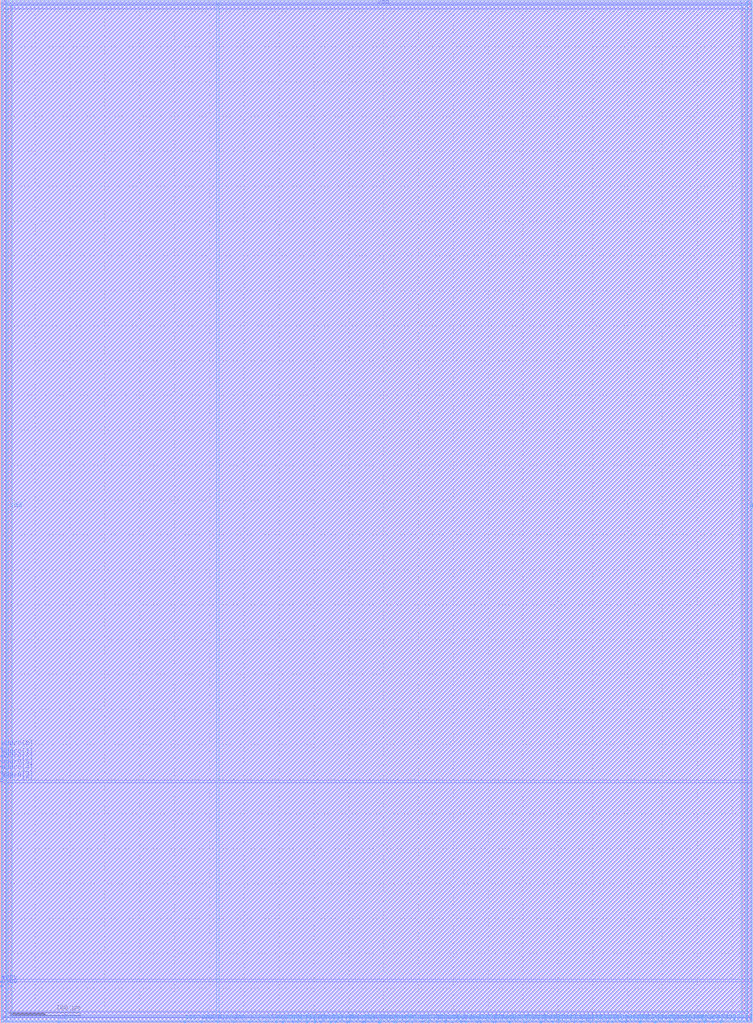
<source format=lef>
VERSION 5.4 ;
NAMESCASESENSITIVE ON ;
BUSBITCHARS "[]" ;
DIVIDERCHAR "/" ;

PROPERTYDEFINITIONS
    LAYER LEF58_TYPE STRING ;
END PROPERTYDEFINITIONS

UNITS
    DATABASE MICRONS 1000 ;
END UNITS

MACRO sram_32_512_sky130A
    CLASS BLOCK ;
    SIZE 1080.16 BY 1467.2 ;
    SYMMETRY X Y R90 ;
    PIN din0[0]
        DIRECTION INPUT ; 
        USE SIGNAL ; 
        PORT
            LAYER met4 ;
              RECT  311.6 0 312.64 2.68 ;
        END
    END din0[0]
    PIN din0[1]
        DIRECTION INPUT ; 
        USE SIGNAL ; 
        PORT
            LAYER met4 ;
              RECT  334.56 0 335.6 2.68 ;
        END
    END din0[1]
    PIN din0[2]
        DIRECTION INPUT ; 
        USE SIGNAL ; 
        PORT
            LAYER met4 ;
              RECT  357.52 0 358.56 2.68 ;
        END
    END din0[2]
    PIN din0[3]
        DIRECTION INPUT ; 
        USE SIGNAL ; 
        PORT
            LAYER met4 ;
              RECT  380.48 0 381.52 2.68 ;
        END
    END din0[3]
    PIN din0[4]
        DIRECTION INPUT ; 
        USE SIGNAL ; 
        PORT
            LAYER met4 ;
              RECT  405.08 0 406.12 2.68 ;
        END
    END din0[4]
    PIN din0[5]
        DIRECTION INPUT ; 
        USE SIGNAL ; 
        PORT
            LAYER met4 ;
              RECT  426.4 0 427.44 2.68 ;
        END
    END din0[5]
    PIN din0[6]
        DIRECTION INPUT ; 
        USE SIGNAL ; 
        PORT
            LAYER met4 ;
              RECT  451 0 452.04 2.68 ;
        END
    END din0[6]
    PIN din0[7]
        DIRECTION INPUT ; 
        USE SIGNAL ; 
        PORT
            LAYER met4 ;
              RECT  473.96 0 475 2.68 ;
        END
    END din0[7]
    PIN din0[8]
        DIRECTION INPUT ; 
        USE SIGNAL ; 
        PORT
            LAYER met4 ;
              RECT  496.92 0 497.96 2.68 ;
        END
    END din0[8]
    PIN din0[9]
        DIRECTION INPUT ; 
        USE SIGNAL ; 
        PORT
            LAYER met4 ;
              RECT  519.88 0 520.92 2.68 ;
        END
    END din0[9]
    PIN din0[10]
        DIRECTION INPUT ; 
        USE SIGNAL ; 
        PORT
            LAYER met4 ;
              RECT  542.84 0 543.88 2.68 ;
        END
    END din0[10]
    PIN din0[11]
        DIRECTION INPUT ; 
        USE SIGNAL ; 
        PORT
            LAYER met4 ;
              RECT  567.44 0 568.48 2.68 ;
        END
    END din0[11]
    PIN din0[12]
        DIRECTION INPUT ; 
        USE SIGNAL ; 
        PORT
            LAYER met4 ;
              RECT  590.4 0 591.44 2.68 ;
        END
    END din0[12]
    PIN din0[13]
        DIRECTION INPUT ; 
        USE SIGNAL ; 
        PORT
            LAYER met4 ;
              RECT  613.36 0 614.4 2.68 ;
        END
    END din0[13]
    PIN din0[14]
        DIRECTION INPUT ; 
        USE SIGNAL ; 
        PORT
            LAYER met4 ;
              RECT  637.96 0 639 2.68 ;
        END
    END din0[14]
    PIN din0[15]
        DIRECTION INPUT ; 
        USE SIGNAL ; 
        PORT
            LAYER met4 ;
              RECT  660.92 0 661.96 2.68 ;
        END
    END din0[15]
    PIN din0[16]
        DIRECTION INPUT ; 
        USE SIGNAL ; 
        PORT
            LAYER met4 ;
              RECT  683.88 0 684.92 2.68 ;
        END
    END din0[16]
    PIN din0[17]
        DIRECTION INPUT ; 
        USE SIGNAL ; 
        PORT
            LAYER met4 ;
              RECT  706.84 0 707.88 2.68 ;
        END
    END din0[17]
    PIN din0[18]
        DIRECTION INPUT ; 
        USE SIGNAL ; 
        PORT
            LAYER met4 ;
              RECT  729.8 0 730.84 2.68 ;
        END
    END din0[18]
    PIN din0[19]
        DIRECTION INPUT ; 
        USE SIGNAL ; 
        PORT
            LAYER met4 ;
              RECT  754.4 0 755.44 2.68 ;
        END
    END din0[19]
    PIN din0[20]
        DIRECTION INPUT ; 
        USE SIGNAL ; 
        PORT
            LAYER met4 ;
              RECT  775.72 0 776.76 2.68 ;
        END
    END din0[20]
    PIN din0[21]
        DIRECTION INPUT ; 
        USE SIGNAL ; 
        PORT
            LAYER met4 ;
              RECT  800.32 0 801.36 2.68 ;
        END
    END din0[21]
    PIN din0[22]
        DIRECTION INPUT ; 
        USE SIGNAL ; 
        PORT
            LAYER met4 ;
              RECT  823.28 0 824.32 2.68 ;
        END
    END din0[22]
    PIN din0[23]
        DIRECTION INPUT ; 
        USE SIGNAL ; 
        PORT
            LAYER met4 ;
              RECT  846.24 0 847.28 2.68 ;
        END
    END din0[23]
    PIN din0[24]
        DIRECTION INPUT ; 
        USE SIGNAL ; 
        PORT
            LAYER met4 ;
              RECT  870.84 0 871.88 2.68 ;
        END
    END din0[24]
    PIN din0[25]
        DIRECTION INPUT ; 
        USE SIGNAL ; 
        PORT
            LAYER met4 ;
              RECT  892.16 0 893.2 2.68 ;
        END
    END din0[25]
    PIN din0[26]
        DIRECTION INPUT ; 
        USE SIGNAL ; 
        PORT
            LAYER met4 ;
              RECT  916.76 0 917.8 2.68 ;
        END
    END din0[26]
    PIN din0[27]
        DIRECTION INPUT ; 
        USE SIGNAL ; 
        PORT
            LAYER met4 ;
              RECT  939.72 0 940.76 2.68 ;
        END
    END din0[27]
    PIN din0[28]
        DIRECTION INPUT ; 
        USE SIGNAL ; 
        PORT
            LAYER met4 ;
              RECT  962.68 0 963.72 2.68 ;
        END
    END din0[28]
    PIN din0[29]
        DIRECTION INPUT ; 
        USE SIGNAL ; 
        PORT
            LAYER met4 ;
              RECT  985.64 0 986.68 2.68 ;
        END
    END din0[29]
    PIN din0[30]
        DIRECTION INPUT ; 
        USE SIGNAL ; 
        PORT
            LAYER met4 ;
              RECT  1010.24 0 1011.28 2.68 ;
        END
    END din0[30]
    PIN din0[31]
        DIRECTION INPUT ; 
        USE SIGNAL ; 
        PORT
            LAYER met4 ;
              RECT  1033.2 0 1034.24 2.68 ;
        END
    END din0[31]
    PIN addr0[0]
        DIRECTION INPUT ; 
        USE SIGNAL ; 
        PORT
            LAYER met4 ;
              RECT  264.04 0 265.08 2.68 ;
        END
    END addr0[0]
    PIN addr0[1]
        DIRECTION INPUT ; 
        USE SIGNAL ; 
        PORT
            LAYER met4 ;
              RECT  288.64 0 289.68 2.68 ;
        END
    END addr0[1]
    PIN addr0[2]
        DIRECTION INPUT ; 
        USE SIGNAL ; 
        PORT
            LAYER met3 ;
              RECT  0 346.04 2.68 347.08 ;
        END
    END addr0[2]
    PIN addr0[3]
        DIRECTION INPUT ; 
        USE SIGNAL ; 
        PORT
            LAYER met3 ;
              RECT  0 349.32 2.68 350.36 ;
        END
    END addr0[3]
    PIN addr0[4]
        DIRECTION INPUT ; 
        USE SIGNAL ; 
        PORT
            LAYER met3 ;
              RECT  0 359.16 2.68 360.2 ;
        END
    END addr0[4]
    PIN addr0[5]
        DIRECTION INPUT ; 
        USE SIGNAL ; 
        PORT
            LAYER met3 ;
              RECT  0 367.36 2.68 368.4 ;
        END
    END addr0[5]
    PIN addr0[6]
        DIRECTION INPUT ; 
        USE SIGNAL ; 
        PORT
            LAYER met3 ;
              RECT  0 375.56 2.68 376.6 ;
        END
    END addr0[6]
    PIN addr0[7]
        DIRECTION INPUT ; 
        USE SIGNAL ; 
        PORT
            LAYER met3 ;
              RECT  0 382.12 2.68 383.16 ;
        END
    END addr0[7]
    PIN addr0[8]
        DIRECTION INPUT ; 
        USE SIGNAL ; 
        PORT
            LAYER met3 ;
              RECT  0 393.6 2.68 394.64 ;
        END
    END addr0[8]
    PIN csb0
        DIRECTION INPUT ; 
        USE SIGNAL ; 
        PORT
            LAYER met3 ;
              RECT  0 52.48 2.68 53.52 ;
        END
    END csb0
    PIN web0
        DIRECTION INPUT ; 
        USE SIGNAL ; 
        PORT
            LAYER met3 ;
              RECT  0 59.04 2.68 60.08 ;
        END
    END web0
    PIN clk0
        DIRECTION INPUT ; 
        USE SIGNAL ; 
        PORT
            LAYER met4 ;
              RECT  83.64 0 84.68 2.68 ;
        END
    END clk0
    PIN dout0[0]
        DIRECTION OUTPUT ; 
        USE SIGNAL ; 
        PORT
            LAYER met4 ;
              RECT  395.24 0 396.28 2.68 ;
        END
    END dout0[0]
    PIN dout0[1]
        DIRECTION OUTPUT ; 
        USE SIGNAL ; 
        PORT
            LAYER met4 ;
              RECT  419.84 0 420.88 2.68 ;
        END
    END dout0[1]
    PIN dout0[2]
        DIRECTION OUTPUT ; 
        USE SIGNAL ; 
        PORT
            LAYER met4 ;
              RECT  439.52 0 440.56 2.68 ;
        END
    END dout0[2]
    PIN dout0[3]
        DIRECTION OUTPUT ; 
        USE SIGNAL ; 
        PORT
            LAYER met4 ;
              RECT  459.2 0 460.24 2.68 ;
        END
    END dout0[3]
    PIN dout0[4]
        DIRECTION OUTPUT ; 
        USE SIGNAL ; 
        PORT
            LAYER met4 ;
              RECT  480.52 0 481.56 2.68 ;
        END
    END dout0[4]
    PIN dout0[5]
        DIRECTION OUTPUT ; 
        USE SIGNAL ; 
        PORT
            LAYER met4 ;
              RECT  500.2 0 501.24 2.68 ;
        END
    END dout0[5]
    PIN dout0[6]
        DIRECTION OUTPUT ; 
        USE SIGNAL ; 
        PORT
            LAYER met4 ;
              RECT  523.16 0 524.2 2.68 ;
        END
    END dout0[6]
    PIN dout0[7]
        DIRECTION OUTPUT ; 
        USE SIGNAL ; 
        PORT
            LAYER met4 ;
              RECT  544.48 0 545.52 2.68 ;
        END
    END dout0[7]
    PIN dout0[8]
        DIRECTION OUTPUT ; 
        USE SIGNAL ; 
        PORT
            LAYER met4 ;
              RECT  564.16 0 565.2 2.68 ;
        END
    END dout0[8]
    PIN dout0[9]
        DIRECTION OUTPUT ; 
        USE SIGNAL ; 
        PORT
            LAYER met4 ;
              RECT  582.2 0 583.24 2.68 ;
        END
    END dout0[9]
    PIN dout0[10]
        DIRECTION OUTPUT ; 
        USE SIGNAL ; 
        PORT
            LAYER met4 ;
              RECT  605.16 0 606.2 2.68 ;
        END
    END dout0[10]
    PIN dout0[11]
        DIRECTION OUTPUT ; 
        USE SIGNAL ; 
        PORT
            LAYER met4 ;
              RECT  626.48 0 627.52 2.68 ;
        END
    END dout0[11]
    PIN dout0[12]
        DIRECTION OUTPUT ; 
        USE SIGNAL ; 
        PORT
            LAYER met4 ;
              RECT  647.8 0 648.84 2.68 ;
        END
    END dout0[12]
    PIN dout0[13]
        DIRECTION OUTPUT ; 
        USE SIGNAL ; 
        PORT
            LAYER met4 ;
              RECT  667.48 0 668.52 2.68 ;
        END
    END dout0[13]
    PIN dout0[14]
        DIRECTION OUTPUT ; 
        USE SIGNAL ; 
        PORT
            LAYER met4 ;
              RECT  688.8 0 689.84 2.68 ;
        END
    END dout0[14]
    PIN dout0[15]
        DIRECTION OUTPUT ; 
        USE SIGNAL ; 
        PORT
            LAYER met4 ;
              RECT  710.12 0 711.16 2.68 ;
        END
    END dout0[15]
    PIN dout0[16]
        DIRECTION OUTPUT ; 
        USE SIGNAL ; 
        PORT
            LAYER met4 ;
              RECT  731.44 0 732.48 2.68 ;
        END
    END dout0[16]
    PIN dout0[17]
        DIRECTION OUTPUT ; 
        USE SIGNAL ; 
        PORT
            LAYER met4 ;
              RECT  751.12 0 752.16 2.68 ;
        END
    END dout0[17]
    PIN dout0[18]
        DIRECTION OUTPUT ; 
        USE SIGNAL ; 
        PORT
            LAYER met4 ;
              RECT  774.08 0 775.12 2.68 ;
        END
    END dout0[18]
    PIN dout0[19]
        DIRECTION OUTPUT ; 
        USE SIGNAL ; 
        PORT
            LAYER met4 ;
              RECT  792.12 0 793.16 2.68 ;
        END
    END dout0[19]
    PIN dout0[20]
        DIRECTION OUTPUT ; 
        USE SIGNAL ; 
        PORT
            LAYER met4 ;
              RECT  811.8 0 812.84 2.68 ;
        END
    END dout0[20]
    PIN dout0[21]
        DIRECTION OUTPUT ; 
        USE SIGNAL ; 
        PORT
            LAYER met4 ;
              RECT  833.12 0 834.16 2.68 ;
        END
    END dout0[21]
    PIN dout0[22]
        DIRECTION OUTPUT ; 
        USE SIGNAL ; 
        PORT
            LAYER met4 ;
              RECT  854.44 0 855.48 2.68 ;
        END
    END dout0[22]
    PIN dout0[23]
        DIRECTION OUTPUT ; 
        USE SIGNAL ; 
        PORT
            LAYER met4 ;
              RECT  877.4 0 878.44 2.68 ;
        END
    END dout0[23]
    PIN dout0[24]
        DIRECTION OUTPUT ; 
        USE SIGNAL ; 
        PORT
            LAYER met4 ;
              RECT  897.08 0 898.12 2.68 ;
        END
    END dout0[24]
    PIN dout0[25]
        DIRECTION OUTPUT ; 
        USE SIGNAL ; 
        PORT
            LAYER met4 ;
              RECT  918.4 0 919.44 2.68 ;
        END
    END dout0[25]
    PIN dout0[26]
        DIRECTION OUTPUT ; 
        USE SIGNAL ; 
        PORT
            LAYER met4 ;
              RECT  938.08 0 939.12 2.68 ;
        END
    END dout0[26]
    PIN dout0[27]
        DIRECTION OUTPUT ; 
        USE SIGNAL ; 
        PORT
            LAYER met4 ;
              RECT  959.4 0 960.44 2.68 ;
        END
    END dout0[27]
    PIN dout0[28]
        DIRECTION OUTPUT ; 
        USE SIGNAL ; 
        PORT
            LAYER met4 ;
              RECT  979.08 0 980.12 2.68 ;
        END
    END dout0[28]
    PIN dout0[29]
        DIRECTION OUTPUT ; 
        USE SIGNAL ; 
        PORT
            LAYER met4 ;
              RECT  1002.04 0 1003.08 2.68 ;
        END
    END dout0[29]
    PIN dout0[30]
        DIRECTION OUTPUT ; 
        USE SIGNAL ; 
        PORT
            LAYER met4 ;
              RECT  1021.72 0 1022.76 2.68 ;
        END
    END dout0[30]
    PIN dout0[31]
        DIRECTION OUTPUT ; 
        USE SIGNAL ; 
        PORT
            LAYER met3 ;
              RECT  1077.48 60.68 1080.16 61.72 ;
        END
    END dout0[31]
    PIN vdd
        DIRECTION INOUT ; 
        USE POWER ; 
        PORT
            LAYER met4 ;
              RECT  1064.36 11.48 1068.68 1459 ;
            LAYER met3 ;
              RECT  11.48 11.48 1068.68 15.8 ;
              RECT  11.48 1454.68 1068.68 1459 ;
            LAYER met4 ;
              RECT  11.48 11.48 15.8 1459 ;
        END
    END vdd
    PIN gnd
        DIRECTION INOUT ; 
        USE GROUND ; 
        PORT
            LAYER met3 ;
              RECT  3.28 3.28 1076.88 7.6 ;
            LAYER met4 ;
              RECT  3.28 3.28 7.6 1467.2 ;
            LAYER met3 ;
              RECT  3.28 1462.88 1076.88 1467.2 ;
            LAYER met4 ;
              RECT  1072.56 3.28 1076.88 1467.2 ;
        END
    END gnd
    OBS
      LAYER met1 ;
        RECT  1.64 1.64 1078.52 1465.56 ;
      LAYER met2 ;
        RECT  1.64 1.64 1078.52 1465.56 ;
      LAYER met3 ;
        RECT  3.88 344.84 1078.52 348.28 ;
        RECT  1.64 351.56 3.88 357.96 ;
        RECT  1.64 361.4 3.88 366.16 ;
        RECT  1.64 369.6 3.88 374.36 ;
        RECT  1.64 377.8 3.88 380.92 ;
        RECT  1.64 384.36 3.88 392.4 ;
        RECT  1.64 54.72 3.88 57.84 ;
        RECT  1.64 61.28 3.88 344.84 ;
        RECT  3.88 59.48 1076.28 62.92 ;
        RECT  3.88 62.92 1076.28 344.84 ;
        RECT  1076.28 62.92 1078.52 344.84 ;
        RECT  3.88 10.28 10.28 17 ;
        RECT  3.88 17 10.28 59.48 ;
        RECT  10.28 17 1069.88 59.48 ;
        RECT  1069.88 10.28 1076.28 17 ;
        RECT  1069.88 17 1076.28 59.48 ;
        RECT  3.88 348.28 10.28 1453.48 ;
        RECT  3.88 1453.48 10.28 1460.2 ;
        RECT  10.28 348.28 1069.88 1453.48 ;
        RECT  1069.88 348.28 1078.52 1453.48 ;
        RECT  1069.88 1453.48 1078.52 1460.2 ;
        RECT  1.64 1.64 2.08 2.08 ;
        RECT  1.64 2.08 2.08 8.8 ;
        RECT  1.64 8.8 2.08 51.28 ;
        RECT  2.08 1.64 3.88 2.08 ;
        RECT  2.08 8.8 3.88 51.28 ;
        RECT  1076.28 1.64 1078.08 2.08 ;
        RECT  1076.28 8.8 1078.08 59.48 ;
        RECT  1078.08 1.64 1078.52 2.08 ;
        RECT  1078.08 2.08 1078.52 8.8 ;
        RECT  1078.08 8.8 1078.52 59.48 ;
        RECT  3.88 1.64 10.28 2.08 ;
        RECT  3.88 8.8 10.28 10.28 ;
        RECT  10.28 1.64 1069.88 2.08 ;
        RECT  10.28 8.8 1069.88 10.28 ;
        RECT  1069.88 1.64 1076.28 2.08 ;
        RECT  1069.88 8.8 1076.28 10.28 ;
        RECT  1.64 395.84 2.08 1461.68 ;
        RECT  1.64 1461.68 2.08 1465.56 ;
        RECT  2.08 395.84 3.88 1461.68 ;
        RECT  3.88 1460.2 10.28 1461.68 ;
        RECT  10.28 1460.2 1069.88 1461.68 ;
        RECT  1069.88 1460.2 1078.08 1461.68 ;
        RECT  1078.08 1460.2 1078.52 1461.68 ;
        RECT  1078.08 1461.68 1078.52 1465.56 ;
      LAYER met4 ;
        RECT  310.4 3.88 313.84 1465.56 ;
        RECT  313.84 1.64 333.36 3.88 ;
        RECT  336.8 1.64 356.32 3.88 ;
        RECT  359.76 1.64 379.28 3.88 ;
        RECT  266.28 1.64 287.44 3.88 ;
        RECT  290.88 1.64 310.4 3.88 ;
        RECT  85.88 1.64 262.84 3.88 ;
        RECT  382.72 1.64 394.04 3.88 ;
        RECT  397.48 1.64 403.88 3.88 ;
        RECT  407.32 1.64 418.64 3.88 ;
        RECT  422.08 1.64 425.2 3.88 ;
        RECT  428.64 1.64 438.32 3.88 ;
        RECT  441.76 1.64 449.8 3.88 ;
        RECT  453.24 1.64 458 3.88 ;
        RECT  461.44 1.64 472.76 3.88 ;
        RECT  476.2 1.64 479.32 3.88 ;
        RECT  482.76 1.64 495.72 3.88 ;
        RECT  502.44 1.64 518.68 3.88 ;
        RECT  525.4 1.64 541.64 3.88 ;
        RECT  546.72 1.64 562.96 3.88 ;
        RECT  569.68 1.64 581 3.88 ;
        RECT  584.44 1.64 589.2 3.88 ;
        RECT  592.64 1.64 603.96 3.88 ;
        RECT  607.4 1.64 612.16 3.88 ;
        RECT  615.6 1.64 625.28 3.88 ;
        RECT  628.72 1.64 636.76 3.88 ;
        RECT  640.2 1.64 646.6 3.88 ;
        RECT  650.04 1.64 659.72 3.88 ;
        RECT  663.16 1.64 666.28 3.88 ;
        RECT  669.72 1.64 682.68 3.88 ;
        RECT  686.12 1.64 687.6 3.88 ;
        RECT  691.04 1.64 705.64 3.88 ;
        RECT  712.36 1.64 728.6 3.88 ;
        RECT  733.68 1.64 749.92 3.88 ;
        RECT  756.64 1.64 772.88 3.88 ;
        RECT  777.96 1.64 790.92 3.88 ;
        RECT  794.36 1.64 799.12 3.88 ;
        RECT  802.56 1.64 810.6 3.88 ;
        RECT  814.04 1.64 822.08 3.88 ;
        RECT  825.52 1.64 831.92 3.88 ;
        RECT  835.36 1.64 845.04 3.88 ;
        RECT  848.48 1.64 853.24 3.88 ;
        RECT  856.68 1.64 869.64 3.88 ;
        RECT  873.08 1.64 876.2 3.88 ;
        RECT  879.64 1.64 890.96 3.88 ;
        RECT  894.4 1.64 895.88 3.88 ;
        RECT  899.32 1.64 915.56 3.88 ;
        RECT  920.64 1.64 936.88 3.88 ;
        RECT  941.96 1.64 958.2 3.88 ;
        RECT  964.92 1.64 977.88 3.88 ;
        RECT  981.32 1.64 984.44 3.88 ;
        RECT  987.88 1.64 1000.84 3.88 ;
        RECT  1004.28 1.64 1009.04 3.88 ;
        RECT  1012.48 1.64 1020.52 3.88 ;
        RECT  1023.96 1.64 1032 3.88 ;
        RECT  313.84 3.88 1063.16 10.28 ;
        RECT  313.84 10.28 1063.16 1460.2 ;
        RECT  313.84 1460.2 1063.16 1465.56 ;
        RECT  1063.16 3.88 1069.88 10.28 ;
        RECT  1063.16 1460.2 1069.88 1465.56 ;
        RECT  10.28 3.88 17 10.28 ;
        RECT  10.28 1460.2 17 1465.56 ;
        RECT  17 3.88 310.4 10.28 ;
        RECT  17 10.28 310.4 1460.2 ;
        RECT  17 1460.2 310.4 1465.56 ;
        RECT  1.64 1.64 2.08 2.08 ;
        RECT  1.64 2.08 2.08 3.88 ;
        RECT  2.08 1.64 8.8 2.08 ;
        RECT  8.8 1.64 82.44 2.08 ;
        RECT  8.8 2.08 82.44 3.88 ;
        RECT  1.64 3.88 2.08 10.28 ;
        RECT  8.8 3.88 10.28 10.28 ;
        RECT  1.64 10.28 2.08 1460.2 ;
        RECT  8.8 10.28 10.28 1460.2 ;
        RECT  1.64 1460.2 2.08 1465.56 ;
        RECT  8.8 1460.2 10.28 1465.56 ;
        RECT  1035.44 1.64 1071.36 2.08 ;
        RECT  1035.44 2.08 1071.36 3.88 ;
        RECT  1071.36 1.64 1078.08 2.08 ;
        RECT  1078.08 1.64 1078.52 2.08 ;
        RECT  1078.08 2.08 1078.52 3.88 ;
        RECT  1069.88 3.88 1071.36 10.28 ;
        RECT  1078.08 3.88 1078.52 10.28 ;
        RECT  1069.88 10.28 1071.36 1460.2 ;
        RECT  1078.08 10.28 1078.52 1460.2 ;
        RECT  1069.88 1460.2 1071.36 1465.56 ;
        RECT  1078.08 1460.2 1078.52 1465.56 ;
    END
END sram_32_512_sky130A
END LIBRARY

</source>
